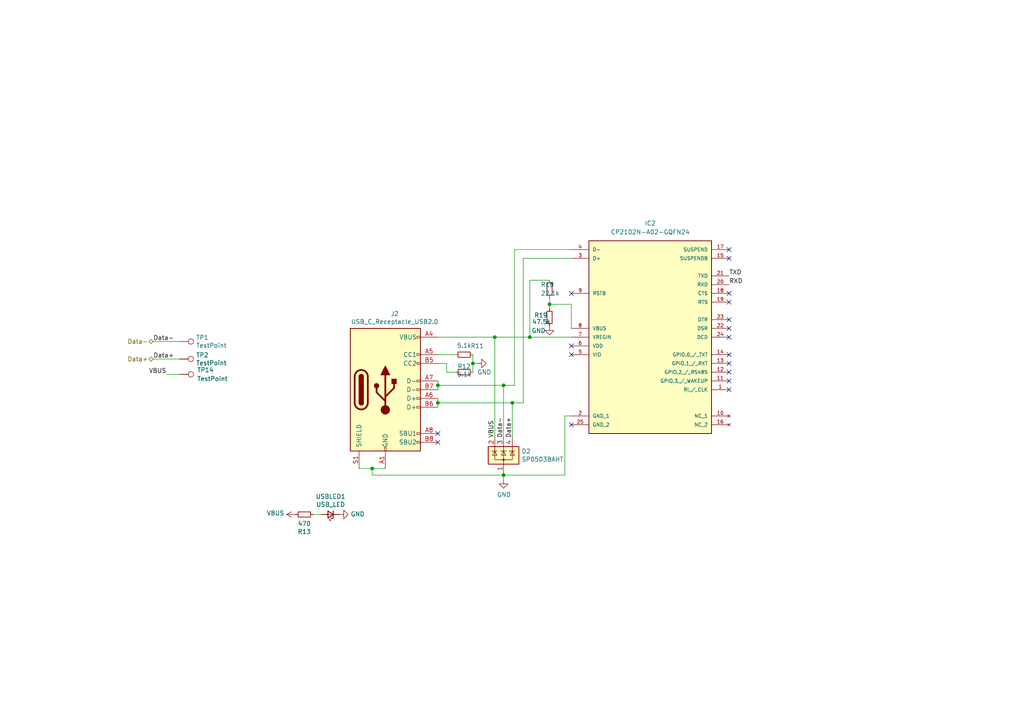
<source format=kicad_sch>
(kicad_sch (version 20230121) (generator eeschema)

  (uuid 922058ca-d09a-45fd-8394-05f3e2c1e03a)

  (paper "A4")

  (lib_symbols
    (symbol "Connector:TestPoint" (pin_numbers hide) (pin_names (offset 0.762) hide) (in_bom yes) (on_board yes)
      (property "Reference" "TP" (at 0 6.858 0)
        (effects (font (size 1.27 1.27)))
      )
      (property "Value" "TestPoint" (at 0 5.08 0)
        (effects (font (size 1.27 1.27)))
      )
      (property "Footprint" "" (at 5.08 0 0)
        (effects (font (size 1.27 1.27)) hide)
      )
      (property "Datasheet" "~" (at 5.08 0 0)
        (effects (font (size 1.27 1.27)) hide)
      )
      (property "ki_keywords" "test point tp" (at 0 0 0)
        (effects (font (size 1.27 1.27)) hide)
      )
      (property "ki_description" "test point" (at 0 0 0)
        (effects (font (size 1.27 1.27)) hide)
      )
      (property "ki_fp_filters" "Pin* Test*" (at 0 0 0)
        (effects (font (size 1.27 1.27)) hide)
      )
      (symbol "TestPoint_0_1"
        (circle (center 0 3.302) (radius 0.762)
          (stroke (width 0) (type default))
          (fill (type none))
        )
      )
      (symbol "TestPoint_1_1"
        (pin passive line (at 0 0 90) (length 2.54)
          (name "1" (effects (font (size 1.27 1.27))))
          (number "1" (effects (font (size 1.27 1.27))))
        )
      )
    )
    (symbol "Connector:USB_C_Receptacle_USB2.0" (pin_names (offset 1.016)) (in_bom yes) (on_board yes)
      (property "Reference" "J" (at -10.16 19.05 0)
        (effects (font (size 1.27 1.27)) (justify left))
      )
      (property "Value" "USB_C_Receptacle_USB2.0" (at 19.05 19.05 0)
        (effects (font (size 1.27 1.27)) (justify right))
      )
      (property "Footprint" "" (at 3.81 0 0)
        (effects (font (size 1.27 1.27)) hide)
      )
      (property "Datasheet" "https://www.usb.org/sites/default/files/documents/usb_type-c.zip" (at 3.81 0 0)
        (effects (font (size 1.27 1.27)) hide)
      )
      (property "ki_keywords" "usb universal serial bus type-C USB2.0" (at 0 0 0)
        (effects (font (size 1.27 1.27)) hide)
      )
      (property "ki_description" "USB 2.0-only Type-C Receptacle connector" (at 0 0 0)
        (effects (font (size 1.27 1.27)) hide)
      )
      (property "ki_fp_filters" "USB*C*Receptacle*" (at 0 0 0)
        (effects (font (size 1.27 1.27)) hide)
      )
      (symbol "USB_C_Receptacle_USB2.0_0_0"
        (rectangle (start -0.254 -17.78) (end 0.254 -16.764)
          (stroke (width 0) (type default))
          (fill (type none))
        )
        (rectangle (start 10.16 -14.986) (end 9.144 -15.494)
          (stroke (width 0) (type default))
          (fill (type none))
        )
        (rectangle (start 10.16 -12.446) (end 9.144 -12.954)
          (stroke (width 0) (type default))
          (fill (type none))
        )
        (rectangle (start 10.16 -4.826) (end 9.144 -5.334)
          (stroke (width 0) (type default))
          (fill (type none))
        )
        (rectangle (start 10.16 -2.286) (end 9.144 -2.794)
          (stroke (width 0) (type default))
          (fill (type none))
        )
        (rectangle (start 10.16 0.254) (end 9.144 -0.254)
          (stroke (width 0) (type default))
          (fill (type none))
        )
        (rectangle (start 10.16 2.794) (end 9.144 2.286)
          (stroke (width 0) (type default))
          (fill (type none))
        )
        (rectangle (start 10.16 7.874) (end 9.144 7.366)
          (stroke (width 0) (type default))
          (fill (type none))
        )
        (rectangle (start 10.16 10.414) (end 9.144 9.906)
          (stroke (width 0) (type default))
          (fill (type none))
        )
        (rectangle (start 10.16 15.494) (end 9.144 14.986)
          (stroke (width 0) (type default))
          (fill (type none))
        )
      )
      (symbol "USB_C_Receptacle_USB2.0_0_1"
        (rectangle (start -10.16 17.78) (end 10.16 -17.78)
          (stroke (width 0.254) (type default))
          (fill (type background))
        )
        (arc (start -8.89 -3.81) (mid -6.985 -5.7067) (end -5.08 -3.81)
          (stroke (width 0.508) (type default))
          (fill (type none))
        )
        (arc (start -7.62 -3.81) (mid -6.985 -4.4423) (end -6.35 -3.81)
          (stroke (width 0.254) (type default))
          (fill (type none))
        )
        (arc (start -7.62 -3.81) (mid -6.985 -4.4423) (end -6.35 -3.81)
          (stroke (width 0.254) (type default))
          (fill (type outline))
        )
        (rectangle (start -7.62 -3.81) (end -6.35 3.81)
          (stroke (width 0.254) (type default))
          (fill (type outline))
        )
        (arc (start -6.35 3.81) (mid -6.985 4.4423) (end -7.62 3.81)
          (stroke (width 0.254) (type default))
          (fill (type none))
        )
        (arc (start -6.35 3.81) (mid -6.985 4.4423) (end -7.62 3.81)
          (stroke (width 0.254) (type default))
          (fill (type outline))
        )
        (arc (start -5.08 3.81) (mid -6.985 5.7067) (end -8.89 3.81)
          (stroke (width 0.508) (type default))
          (fill (type none))
        )
        (circle (center -2.54 1.143) (radius 0.635)
          (stroke (width 0.254) (type default))
          (fill (type outline))
        )
        (circle (center 0 -5.842) (radius 1.27)
          (stroke (width 0) (type default))
          (fill (type outline))
        )
        (polyline
          (pts
            (xy -8.89 -3.81)
            (xy -8.89 3.81)
          )
          (stroke (width 0.508) (type default))
          (fill (type none))
        )
        (polyline
          (pts
            (xy -5.08 3.81)
            (xy -5.08 -3.81)
          )
          (stroke (width 0.508) (type default))
          (fill (type none))
        )
        (polyline
          (pts
            (xy 0 -5.842)
            (xy 0 4.318)
          )
          (stroke (width 0.508) (type default))
          (fill (type none))
        )
        (polyline
          (pts
            (xy 0 -3.302)
            (xy -2.54 -0.762)
            (xy -2.54 0.508)
          )
          (stroke (width 0.508) (type default))
          (fill (type none))
        )
        (polyline
          (pts
            (xy 0 -2.032)
            (xy 2.54 0.508)
            (xy 2.54 1.778)
          )
          (stroke (width 0.508) (type default))
          (fill (type none))
        )
        (polyline
          (pts
            (xy -1.27 4.318)
            (xy 0 6.858)
            (xy 1.27 4.318)
            (xy -1.27 4.318)
          )
          (stroke (width 0.254) (type default))
          (fill (type outline))
        )
        (rectangle (start 1.905 1.778) (end 3.175 3.048)
          (stroke (width 0.254) (type default))
          (fill (type outline))
        )
      )
      (symbol "USB_C_Receptacle_USB2.0_1_1"
        (pin passive line (at 0 -22.86 90) (length 5.08)
          (name "GND" (effects (font (size 1.27 1.27))))
          (number "A1" (effects (font (size 1.27 1.27))))
        )
        (pin passive line (at 0 -22.86 90) (length 5.08) hide
          (name "GND" (effects (font (size 1.27 1.27))))
          (number "A12" (effects (font (size 1.27 1.27))))
        )
        (pin passive line (at 15.24 15.24 180) (length 5.08)
          (name "VBUS" (effects (font (size 1.27 1.27))))
          (number "A4" (effects (font (size 1.27 1.27))))
        )
        (pin bidirectional line (at 15.24 10.16 180) (length 5.08)
          (name "CC1" (effects (font (size 1.27 1.27))))
          (number "A5" (effects (font (size 1.27 1.27))))
        )
        (pin bidirectional line (at 15.24 -2.54 180) (length 5.08)
          (name "D+" (effects (font (size 1.27 1.27))))
          (number "A6" (effects (font (size 1.27 1.27))))
        )
        (pin bidirectional line (at 15.24 2.54 180) (length 5.08)
          (name "D-" (effects (font (size 1.27 1.27))))
          (number "A7" (effects (font (size 1.27 1.27))))
        )
        (pin bidirectional line (at 15.24 -12.7 180) (length 5.08)
          (name "SBU1" (effects (font (size 1.27 1.27))))
          (number "A8" (effects (font (size 1.27 1.27))))
        )
        (pin passive line (at 15.24 15.24 180) (length 5.08) hide
          (name "VBUS" (effects (font (size 1.27 1.27))))
          (number "A9" (effects (font (size 1.27 1.27))))
        )
        (pin passive line (at 0 -22.86 90) (length 5.08) hide
          (name "GND" (effects (font (size 1.27 1.27))))
          (number "B1" (effects (font (size 1.27 1.27))))
        )
        (pin passive line (at 0 -22.86 90) (length 5.08) hide
          (name "GND" (effects (font (size 1.27 1.27))))
          (number "B12" (effects (font (size 1.27 1.27))))
        )
        (pin passive line (at 15.24 15.24 180) (length 5.08) hide
          (name "VBUS" (effects (font (size 1.27 1.27))))
          (number "B4" (effects (font (size 1.27 1.27))))
        )
        (pin bidirectional line (at 15.24 7.62 180) (length 5.08)
          (name "CC2" (effects (font (size 1.27 1.27))))
          (number "B5" (effects (font (size 1.27 1.27))))
        )
        (pin bidirectional line (at 15.24 -5.08 180) (length 5.08)
          (name "D+" (effects (font (size 1.27 1.27))))
          (number "B6" (effects (font (size 1.27 1.27))))
        )
        (pin bidirectional line (at 15.24 0 180) (length 5.08)
          (name "D-" (effects (font (size 1.27 1.27))))
          (number "B7" (effects (font (size 1.27 1.27))))
        )
        (pin bidirectional line (at 15.24 -15.24 180) (length 5.08)
          (name "SBU2" (effects (font (size 1.27 1.27))))
          (number "B8" (effects (font (size 1.27 1.27))))
        )
        (pin passive line (at 15.24 15.24 180) (length 5.08) hide
          (name "VBUS" (effects (font (size 1.27 1.27))))
          (number "B9" (effects (font (size 1.27 1.27))))
        )
        (pin passive line (at -7.62 -22.86 90) (length 5.08)
          (name "SHIELD" (effects (font (size 1.27 1.27))))
          (number "S1" (effects (font (size 1.27 1.27))))
        )
      )
    )
    (symbol "Device:LED_Small" (pin_numbers hide) (pin_names (offset 0.254) hide) (in_bom yes) (on_board yes)
      (property "Reference" "D" (at -1.27 3.175 0)
        (effects (font (size 1.27 1.27)) (justify left))
      )
      (property "Value" "LED_Small" (at -4.445 -2.54 0)
        (effects (font (size 1.27 1.27)) (justify left))
      )
      (property "Footprint" "" (at 0 0 90)
        (effects (font (size 1.27 1.27)) hide)
      )
      (property "Datasheet" "~" (at 0 0 90)
        (effects (font (size 1.27 1.27)) hide)
      )
      (property "ki_keywords" "LED diode light-emitting-diode" (at 0 0 0)
        (effects (font (size 1.27 1.27)) hide)
      )
      (property "ki_description" "Light emitting diode, small symbol" (at 0 0 0)
        (effects (font (size 1.27 1.27)) hide)
      )
      (property "ki_fp_filters" "LED* LED_SMD:* LED_THT:*" (at 0 0 0)
        (effects (font (size 1.27 1.27)) hide)
      )
      (symbol "LED_Small_0_1"
        (polyline
          (pts
            (xy -0.762 -1.016)
            (xy -0.762 1.016)
          )
          (stroke (width 0.254) (type default))
          (fill (type none))
        )
        (polyline
          (pts
            (xy 1.016 0)
            (xy -0.762 0)
          )
          (stroke (width 0) (type default))
          (fill (type none))
        )
        (polyline
          (pts
            (xy 0.762 -1.016)
            (xy -0.762 0)
            (xy 0.762 1.016)
            (xy 0.762 -1.016)
          )
          (stroke (width 0.254) (type default))
          (fill (type none))
        )
        (polyline
          (pts
            (xy 0 0.762)
            (xy -0.508 1.27)
            (xy -0.254 1.27)
            (xy -0.508 1.27)
            (xy -0.508 1.016)
          )
          (stroke (width 0) (type default))
          (fill (type none))
        )
        (polyline
          (pts
            (xy 0.508 1.27)
            (xy 0 1.778)
            (xy 0.254 1.778)
            (xy 0 1.778)
            (xy 0 1.524)
          )
          (stroke (width 0) (type default))
          (fill (type none))
        )
      )
      (symbol "LED_Small_1_1"
        (pin passive line (at -2.54 0 0) (length 1.778)
          (name "K" (effects (font (size 1.27 1.27))))
          (number "1" (effects (font (size 1.27 1.27))))
        )
        (pin passive line (at 2.54 0 180) (length 1.778)
          (name "A" (effects (font (size 1.27 1.27))))
          (number "2" (effects (font (size 1.27 1.27))))
        )
      )
    )
    (symbol "Device:R_Small" (pin_numbers hide) (pin_names (offset 0.254) hide) (in_bom yes) (on_board yes)
      (property "Reference" "R" (at 0.762 0.508 0)
        (effects (font (size 1.27 1.27)) (justify left))
      )
      (property "Value" "R_Small" (at 0.762 -1.016 0)
        (effects (font (size 1.27 1.27)) (justify left))
      )
      (property "Footprint" "" (at 0 0 0)
        (effects (font (size 1.27 1.27)) hide)
      )
      (property "Datasheet" "~" (at 0 0 0)
        (effects (font (size 1.27 1.27)) hide)
      )
      (property "ki_keywords" "R resistor" (at 0 0 0)
        (effects (font (size 1.27 1.27)) hide)
      )
      (property "ki_description" "Resistor, small symbol" (at 0 0 0)
        (effects (font (size 1.27 1.27)) hide)
      )
      (property "ki_fp_filters" "R_*" (at 0 0 0)
        (effects (font (size 1.27 1.27)) hide)
      )
      (symbol "R_Small_0_1"
        (rectangle (start -0.762 1.778) (end 0.762 -1.778)
          (stroke (width 0.2032) (type default))
          (fill (type none))
        )
      )
      (symbol "R_Small_1_1"
        (pin passive line (at 0 2.54 270) (length 0.762)
          (name "~" (effects (font (size 1.27 1.27))))
          (number "1" (effects (font (size 1.27 1.27))))
        )
        (pin passive line (at 0 -2.54 90) (length 0.762)
          (name "~" (effects (font (size 1.27 1.27))))
          (number "2" (effects (font (size 1.27 1.27))))
        )
      )
    )
    (symbol "Power_Protection:SP0503BAHT" (pin_names hide) (in_bom yes) (on_board yes)
      (property "Reference" "D" (at 5.715 2.54 0)
        (effects (font (size 1.27 1.27)) (justify left))
      )
      (property "Value" "SP0503BAHT" (at 5.715 0.635 0)
        (effects (font (size 1.27 1.27)) (justify left))
      )
      (property "Footprint" "Package_TO_SOT_SMD:SOT-143" (at 5.715 -1.27 0)
        (effects (font (size 1.27 1.27)) (justify left) hide)
      )
      (property "Datasheet" "http://www.littelfuse.com/~/media/files/littelfuse/technical%20resources/documents/data%20sheets/sp05xxba.pdf" (at 3.175 3.175 0)
        (effects (font (size 1.27 1.27)) hide)
      )
      (property "ki_keywords" "usb esd protection suppression transient" (at 0 0 0)
        (effects (font (size 1.27 1.27)) hide)
      )
      (property "ki_description" "TVS Diode Array, 5.5V Standoff, 3 Channels, SOT-143 package" (at 0 0 0)
        (effects (font (size 1.27 1.27)) hide)
      )
      (property "ki_fp_filters" "SOT?143*" (at 0 0 0)
        (effects (font (size 1.27 1.27)) hide)
      )
      (symbol "SP0503BAHT_0_0"
        (pin passive line (at 0 -5.08 90) (length 2.54)
          (name "A" (effects (font (size 1.27 1.27))))
          (number "1" (effects (font (size 1.27 1.27))))
        )
      )
      (symbol "SP0503BAHT_0_1"
        (rectangle (start -4.445 2.54) (end 4.445 -2.54)
          (stroke (width 0.254) (type default))
          (fill (type background))
        )
        (circle (center 0 -1.27) (radius 0.254)
          (stroke (width 0) (type default))
          (fill (type outline))
        )
        (polyline
          (pts
            (xy -2.54 2.54)
            (xy -2.54 1.27)
          )
          (stroke (width 0) (type default))
          (fill (type none))
        )
        (polyline
          (pts
            (xy 0 -1.27)
            (xy 0 -2.54)
          )
          (stroke (width 0) (type default))
          (fill (type none))
        )
        (polyline
          (pts
            (xy 0 -1.27)
            (xy 0 1.27)
          )
          (stroke (width 0) (type default))
          (fill (type none))
        )
        (polyline
          (pts
            (xy 0 2.54)
            (xy 0 1.27)
          )
          (stroke (width 0) (type default))
          (fill (type none))
        )
        (polyline
          (pts
            (xy 0.635 1.27)
            (xy 0.762 1.27)
          )
          (stroke (width 0) (type default))
          (fill (type none))
        )
        (polyline
          (pts
            (xy 2.54 2.54)
            (xy 2.54 1.27)
          )
          (stroke (width 0) (type default))
          (fill (type none))
        )
        (polyline
          (pts
            (xy 0.635 1.27)
            (xy -0.762 1.27)
            (xy -0.762 1.016)
          )
          (stroke (width 0) (type default))
          (fill (type none))
        )
        (polyline
          (pts
            (xy -3.302 1.016)
            (xy -3.302 1.27)
            (xy -1.905 1.27)
            (xy -1.778 1.27)
          )
          (stroke (width 0) (type default))
          (fill (type none))
        )
        (polyline
          (pts
            (xy -2.54 1.27)
            (xy -2.54 -1.27)
            (xy 2.54 -1.27)
            (xy 2.54 1.27)
          )
          (stroke (width 0) (type default))
          (fill (type none))
        )
        (polyline
          (pts
            (xy -2.54 1.27)
            (xy -1.905 0)
            (xy -3.175 0)
            (xy -2.54 1.27)
          )
          (stroke (width 0) (type default))
          (fill (type none))
        )
        (polyline
          (pts
            (xy 0.635 0)
            (xy -0.635 0)
            (xy 0 1.27)
            (xy 0.635 0)
          )
          (stroke (width 0) (type default))
          (fill (type none))
        )
        (polyline
          (pts
            (xy 1.778 1.016)
            (xy 1.778 1.27)
            (xy 3.175 1.27)
            (xy 3.302 1.27)
          )
          (stroke (width 0) (type default))
          (fill (type none))
        )
        (polyline
          (pts
            (xy 2.54 1.27)
            (xy 1.905 0)
            (xy 3.175 0)
            (xy 2.54 1.27)
          )
          (stroke (width 0) (type default))
          (fill (type none))
        )
      )
      (symbol "SP0503BAHT_1_1"
        (pin passive line (at -2.54 5.08 270) (length 2.54)
          (name "K" (effects (font (size 1.27 1.27))))
          (number "2" (effects (font (size 1.27 1.27))))
        )
        (pin passive line (at 0 5.08 270) (length 2.54)
          (name "K" (effects (font (size 1.27 1.27))))
          (number "3" (effects (font (size 1.27 1.27))))
        )
        (pin passive line (at 2.54 5.08 270) (length 2.54)
          (name "K" (effects (font (size 1.27 1.27))))
          (number "4" (effects (font (size 1.27 1.27))))
        )
      )
    )
    (symbol "iclr:CP2102N-A02-GQFN24" (pin_names (offset 1.016)) (in_bom yes) (on_board yes)
      (property "Reference" "IC" (at -16.51 30.48 0)
        (effects (font (size 1.27 1.27)) (justify left))
      )
      (property "Value" "CP2102N-A02-GQFN24" (at -16.51 27.94 0)
        (effects (font (size 1.27 1.27)) (justify left))
      )
      (property "Footprint" "QFN50P400X400X80-25N" (at 50.8 25.4 0)
        (effects (font (size 1.27 1.27)) (justify bottom) hide)
      )
      (property "Datasheet" "" (at 48.26 2.54 0)
        (effects (font (size 1.27 1.27)) hide)
      )
      (property "MANUFACTURER_PART_NUMBER" "CP2102N-A02-GQFN24" (at 48.26 15.24 0)
        (effects (font (size 1.27 1.27)) (justify bottom) hide)
      )
      (property "MANUFACTURER_NAME" "Silicon Labs" (at 46.99 0 0)
        (effects (font (size 1.27 1.27)) (justify bottom) hide)
      )
      (property "MOUSER_PART_NUMBER" "634-CP2102NA02GQFN24" (at 21.59 26.67 0)
        (effects (font (size 1.27 1.27)) (justify bottom) hide)
      )
      (property "ARROW_PART_NUMBER" "CP2102N-A02-GQFN24" (at 53.34 6.35 0)
        (effects (font (size 1.27 1.27)) (justify bottom) hide)
      )
      (property "ARROW_PRICE-STOCK" "https://www.arrow.com/en/products/cp2102n-a02-gqfn24/silicon-labs" (at -6.35 34.29 0)
        (effects (font (size 1.27 1.27)) (justify bottom) hide)
      )
      (property "HEIGHT" "0.8mm" (at 48.26 2.54 0)
        (effects (font (size 1.27 1.27)) (justify bottom) hide)
      )
      (property "MOUSER_PRICE-STOCK" "https://www.mouser.co.uk/ProductDetail/Silicon-Labs/CP2102N-A02-GQFN24?qs=u16ybLDytRYKabtL%2FE7DZA%3D%3D" (at 1.27 39.37 0)
        (effects (font (size 1.27 1.27)) (justify bottom) hide)
      )
      (property "DESCRIPTION" "USB Interface IC USB to UART bridge - QFN24" (at 54.61 11.43 0)
        (effects (font (size 1.27 1.27)) (justify bottom) hide)
      )
      (symbol "CP2102N-A02-GQFN24_0_0"
        (rectangle (start -17.78 -30.48) (end 17.78 25.4)
          (stroke (width 0.254) (type default))
          (fill (type background))
        )
        (pin bidirectional line (at 22.86 -17.78 180) (length 5.08)
          (name "RI_/_CLK" (effects (font (size 1.016 1.016))))
          (number "1" (effects (font (size 1.016 1.016))))
        )
        (pin no_connect line (at 22.86 -25.4 180) (length 5.08)
          (name "NC_1" (effects (font (size 1.016 1.016))))
          (number "10" (effects (font (size 1.016 1.016))))
        )
        (pin bidirectional line (at 22.86 -15.24 180) (length 5.08)
          (name "GPIO.3_/_WAKEUP" (effects (font (size 1.016 1.016))))
          (number "11" (effects (font (size 1.016 1.016))))
        )
        (pin bidirectional line (at 22.86 -12.7 180) (length 5.08)
          (name "GPIO.2_/_RS485" (effects (font (size 1.016 1.016))))
          (number "12" (effects (font (size 1.016 1.016))))
        )
        (pin bidirectional line (at 22.86 -10.16 180) (length 5.08)
          (name "GPIO.1_/_RXT" (effects (font (size 1.016 1.016))))
          (number "13" (effects (font (size 1.016 1.016))))
        )
        (pin bidirectional line (at 22.86 -7.62 180) (length 5.08)
          (name "GPIO.0_/_TXT" (effects (font (size 1.016 1.016))))
          (number "14" (effects (font (size 1.016 1.016))))
        )
        (pin output line (at 22.86 20.32 180) (length 5.08)
          (name "SUSPENDB" (effects (font (size 1.016 1.016))))
          (number "15" (effects (font (size 1.016 1.016))))
        )
        (pin no_connect line (at 22.86 -27.94 180) (length 5.08)
          (name "NC_2" (effects (font (size 1.016 1.016))))
          (number "16" (effects (font (size 1.016 1.016))))
        )
        (pin output line (at 22.86 22.86 180) (length 5.08)
          (name "SUSPEND" (effects (font (size 1.016 1.016))))
          (number "17" (effects (font (size 1.016 1.016))))
        )
        (pin bidirectional line (at 22.86 10.16 180) (length 5.08)
          (name "CTS" (effects (font (size 1.016 1.016))))
          (number "18" (effects (font (size 1.016 1.016))))
        )
        (pin output line (at 22.86 7.62 180) (length 5.08)
          (name "RTS" (effects (font (size 1.016 1.016))))
          (number "19" (effects (font (size 1.016 1.016))))
        )
        (pin power_in line (at -22.86 -25.4 0) (length 5.08)
          (name "GND_1" (effects (font (size 1.016 1.016))))
          (number "2" (effects (font (size 1.016 1.016))))
        )
        (pin input line (at 22.86 12.7 180) (length 5.08)
          (name "RXD" (effects (font (size 1.016 1.016))))
          (number "20" (effects (font (size 1.016 1.016))))
        )
        (pin output line (at 22.86 15.24 180) (length 5.08)
          (name "TXD" (effects (font (size 1.016 1.016))))
          (number "21" (effects (font (size 1.016 1.016))))
        )
        (pin bidirectional line (at 22.86 0 180) (length 5.08)
          (name "DSR" (effects (font (size 1.016 1.016))))
          (number "22" (effects (font (size 1.016 1.016))))
        )
        (pin bidirectional line (at 22.86 2.54 180) (length 5.08)
          (name "DTR" (effects (font (size 1.016 1.016))))
          (number "23" (effects (font (size 1.016 1.016))))
        )
        (pin bidirectional line (at 22.86 -2.54 180) (length 5.08)
          (name "DCD" (effects (font (size 1.016 1.016))))
          (number "24" (effects (font (size 1.016 1.016))))
        )
        (pin power_in line (at -22.86 -27.94 0) (length 5.08)
          (name "GND_2" (effects (font (size 1.016 1.016))))
          (number "25" (effects (font (size 1.016 1.016))))
        )
        (pin bidirectional line (at -22.86 20.32 0) (length 5.08)
          (name "D+" (effects (font (size 1.016 1.016))))
          (number "3" (effects (font (size 1.016 1.016))))
        )
        (pin bidirectional line (at -22.86 22.86 0) (length 5.08)
          (name "D-" (effects (font (size 1.016 1.016))))
          (number "4" (effects (font (size 1.016 1.016))))
        )
        (pin power_in line (at -22.86 -7.62 0) (length 5.08)
          (name "VIO" (effects (font (size 1.016 1.016))))
          (number "5" (effects (font (size 1.016 1.016))))
        )
        (pin power_in line (at -22.86 -5.08 0) (length 5.08)
          (name "VDD" (effects (font (size 1.016 1.016))))
          (number "6" (effects (font (size 1.016 1.016))))
        )
        (pin power_in line (at -22.86 -2.54 0) (length 5.08)
          (name "VREGIN" (effects (font (size 1.016 1.016))))
          (number "7" (effects (font (size 1.016 1.016))))
        )
        (pin power_in line (at -22.86 0 0) (length 5.08)
          (name "VBUS" (effects (font (size 1.016 1.016))))
          (number "8" (effects (font (size 1.016 1.016))))
        )
        (pin bidirectional line (at -22.86 10.16 0) (length 5.08)
          (name "RSTB" (effects (font (size 1.016 1.016))))
          (number "9" (effects (font (size 1.016 1.016))))
        )
      )
    )
    (symbol "power:GND" (power) (pin_names (offset 0)) (in_bom yes) (on_board yes)
      (property "Reference" "#PWR" (at 0 -6.35 0)
        (effects (font (size 1.27 1.27)) hide)
      )
      (property "Value" "GND" (at 0 -3.81 0)
        (effects (font (size 1.27 1.27)))
      )
      (property "Footprint" "" (at 0 0 0)
        (effects (font (size 1.27 1.27)) hide)
      )
      (property "Datasheet" "" (at 0 0 0)
        (effects (font (size 1.27 1.27)) hide)
      )
      (property "ki_keywords" "power-flag" (at 0 0 0)
        (effects (font (size 1.27 1.27)) hide)
      )
      (property "ki_description" "Power symbol creates a global label with name \"GND\" , ground" (at 0 0 0)
        (effects (font (size 1.27 1.27)) hide)
      )
      (symbol "GND_0_1"
        (polyline
          (pts
            (xy 0 0)
            (xy 0 -1.27)
            (xy 1.27 -1.27)
            (xy 0 -2.54)
            (xy -1.27 -1.27)
            (xy 0 -1.27)
          )
          (stroke (width 0) (type default))
          (fill (type none))
        )
      )
      (symbol "GND_1_1"
        (pin power_in line (at 0 0 270) (length 0) hide
          (name "GND" (effects (font (size 1.27 1.27))))
          (number "1" (effects (font (size 1.27 1.27))))
        )
      )
    )
    (symbol "power:VBUS" (power) (pin_names (offset 0)) (in_bom yes) (on_board yes)
      (property "Reference" "#PWR" (at 0 -3.81 0)
        (effects (font (size 1.27 1.27)) hide)
      )
      (property "Value" "VBUS" (at 0 3.81 0)
        (effects (font (size 1.27 1.27)))
      )
      (property "Footprint" "" (at 0 0 0)
        (effects (font (size 1.27 1.27)) hide)
      )
      (property "Datasheet" "" (at 0 0 0)
        (effects (font (size 1.27 1.27)) hide)
      )
      (property "ki_keywords" "power-flag" (at 0 0 0)
        (effects (font (size 1.27 1.27)) hide)
      )
      (property "ki_description" "Power symbol creates a global label with name \"VBUS\"" (at 0 0 0)
        (effects (font (size 1.27 1.27)) hide)
      )
      (symbol "VBUS_0_1"
        (polyline
          (pts
            (xy -0.762 1.27)
            (xy 0 2.54)
          )
          (stroke (width 0) (type default))
          (fill (type none))
        )
        (polyline
          (pts
            (xy 0 0)
            (xy 0 2.54)
          )
          (stroke (width 0) (type default))
          (fill (type none))
        )
        (polyline
          (pts
            (xy 0 2.54)
            (xy 0.762 1.27)
          )
          (stroke (width 0) (type default))
          (fill (type none))
        )
      )
      (symbol "VBUS_1_1"
        (pin power_in line (at 0 0 90) (length 0) hide
          (name "VBUS" (effects (font (size 1.27 1.27))))
          (number "1" (effects (font (size 1.27 1.27))))
        )
      )
    )
  )

  (junction (at 127 116.84) (diameter 0) (color 0 0 0 0)
    (uuid 03caada9-9e22-4e2d-9035-b15433dfbb17)
  )
  (junction (at 143.51 97.79) (diameter 0) (color 0 0 0 0)
    (uuid 03f9cfb7-35dc-4422-8f30-eb707be3ff7f)
  )
  (junction (at 137.16 105.41) (diameter 0) (color 0 0 0 0)
    (uuid 0f54db53-a272-4955-88fb-d7ab00657bb0)
  )
  (junction (at 159.385 88.265) (diameter 0) (color 0 0 0 0)
    (uuid 2bdec39b-3442-4fd7-a209-6604d507ca18)
  )
  (junction (at 153.67 97.79) (diameter 0) (color 0 0 0 0)
    (uuid 38b6cedf-0eed-4c7a-bd71-db2e849e7329)
  )
  (junction (at 146.05 111.76) (diameter 0) (color 0 0 0 0)
    (uuid 75ef2445-bd56-405d-b4b7-8007f1906b97)
  )
  (junction (at 127 111.76) (diameter 0) (color 0 0 0 0)
    (uuid 7e023245-2c2b-4e2b-bfb9-5d35176e88f2)
  )
  (junction (at 107.95 135.89) (diameter 0) (color 0 0 0 0)
    (uuid 93c04244-401b-4457-953e-71fe0f8b59f1)
  )
  (junction (at 146.05 137.795) (diameter 0) (color 0 0 0 0)
    (uuid ad3fcd0e-a99a-46bc-9c77-6e5cd0bd4ace)
  )
  (junction (at 148.59 116.84) (diameter 0) (color 0 0 0 0)
    (uuid f0294c4e-483c-4c91-abc9-fa931d05be2a)
  )

  (no_connect (at 211.455 92.71) (uuid 3b4e8f9a-a136-47c9-bf16-a2a23cdc6a32))
  (no_connect (at 165.735 100.33) (uuid 42325b36-575f-40c2-990f-ef97b872d639))
  (no_connect (at 127 128.27) (uuid 45008225-f50f-4d6b-b508-6730a9408caf))
  (no_connect (at 211.455 95.25) (uuid 46b10a52-afc2-4959-a5c8-decae6d933e9))
  (no_connect (at 165.735 123.19) (uuid 59572eb3-a4bf-4782-8ca4-26a1e95f38ad))
  (no_connect (at 211.455 107.95) (uuid 64555f45-639c-4fbd-a467-4f3ad732cbc9))
  (no_connect (at 165.735 85.09) (uuid 6a229ea3-dd79-49cc-8cd9-bd676b586232))
  (no_connect (at 211.455 74.93) (uuid 76a737d9-0ab5-4cb1-a091-7b535cae5d4e))
  (no_connect (at 165.735 102.87) (uuid 8d8421cd-6aaa-4f7f-b667-bdb50a37d497))
  (no_connect (at 127 125.73) (uuid a544eb0a-75db-4baf-bf54-9ca21744343b))
  (no_connect (at 211.455 113.03) (uuid a562bdc1-f5b6-4374-94b0-7036bbcf0130))
  (no_connect (at 211.455 97.79) (uuid c94f1296-5099-4ef6-9cd2-477ceaf835b2))
  (no_connect (at 211.455 87.63) (uuid d85417f0-c973-473f-b559-7e7d7f87ab82))
  (no_connect (at 211.455 102.87) (uuid db00d156-2b14-4cbd-946f-ba15fc5cb7bd))
  (no_connect (at 211.455 105.41) (uuid df0d4b88-3bde-4849-82a9-0bc52a68d55c))
  (no_connect (at 211.455 85.09) (uuid df1f5401-67b4-4910-973e-dfc05e2c1cf9))
  (no_connect (at 211.455 72.39) (uuid e9053f97-6dd4-42d5-a743-e6a4d68fcb5e))
  (no_connect (at 211.455 110.49) (uuid f7c9f352-afe8-4ede-b6ec-b6295df115a2))

  (wire (pts (xy 127 105.41) (xy 129.54 105.41))
    (stroke (width 0) (type default))
    (uuid 003c2200-0632-4808-a662-8ddd5d30c768)
  )
  (wire (pts (xy 48.26 108.585) (xy 52.07 108.585))
    (stroke (width 0) (type default))
    (uuid 004c170c-99da-4faa-8ab5-a83ebebf6400)
  )
  (wire (pts (xy 159.385 88.265) (xy 165.735 88.265))
    (stroke (width 0) (type default))
    (uuid 00c42906-5bda-45d6-b90d-64b39131eba7)
  )
  (wire (pts (xy 44.45 104.14) (xy 52.07 104.14))
    (stroke (width 0) (type default))
    (uuid 0e8f7fc0-2ef2-4b90-9c15-8a3a601ee459)
  )
  (wire (pts (xy 127 116.84) (xy 127 118.11))
    (stroke (width 0) (type default))
    (uuid 1f3003e6-dce5-420f-906b-3f1e92b67249)
  )
  (wire (pts (xy 127 97.79) (xy 143.51 97.79))
    (stroke (width 0) (type default))
    (uuid 1fa630a4-aded-4f55-afcc-2d71b2661580)
  )
  (wire (pts (xy 129.54 105.41) (xy 129.54 107.95))
    (stroke (width 0) (type default))
    (uuid 240e07e1-770b-4b27-894f-29fd601c924d)
  )
  (wire (pts (xy 93.345 149.225) (xy 90.805 149.225))
    (stroke (width 0) (type default))
    (uuid 2e842263-c0ba-46fd-a760-6624d4c78278)
  )
  (wire (pts (xy 165.735 88.265) (xy 165.735 95.25))
    (stroke (width 0) (type default))
    (uuid 34a696c5-6e3e-4fad-9624-2caf2bd56d4b)
  )
  (wire (pts (xy 127 111.76) (xy 127 110.49))
    (stroke (width 0) (type default))
    (uuid 40165eda-4ba6-4565-9bb4-b9df6dbb08da)
  )
  (wire (pts (xy 153.67 97.79) (xy 165.735 97.79))
    (stroke (width 0) (type default))
    (uuid 4ada4cf7-e47b-4358-be8e-f5a6dbff70e5)
  )
  (wire (pts (xy 146.05 137.795) (xy 146.05 137.16))
    (stroke (width 0) (type default))
    (uuid 4df86f07-08e1-4db9-9519-698bf612b60f)
  )
  (wire (pts (xy 107.95 137.795) (xy 146.05 137.795))
    (stroke (width 0) (type default))
    (uuid 53a47638-5aeb-4ad7-b315-32c0e3449a19)
  )
  (wire (pts (xy 151.765 116.84) (xy 151.765 74.93))
    (stroke (width 0) (type default))
    (uuid 556d9a55-99c3-4d06-99ac-8f2fb1d44ac2)
  )
  (wire (pts (xy 107.95 135.89) (xy 107.95 137.795))
    (stroke (width 0) (type default))
    (uuid 6e0d5a5f-a6c1-4672-96b4-3c16498d1de3)
  )
  (wire (pts (xy 137.16 102.87) (xy 137.16 105.41))
    (stroke (width 0) (type default))
    (uuid 80094b70-85ab-4ff6-934b-60d5ee65023a)
  )
  (wire (pts (xy 143.51 97.79) (xy 153.67 97.79))
    (stroke (width 0) (type default))
    (uuid 82b81aa1-91c9-4a96-8f58-ba67c14ec7cc)
  )
  (wire (pts (xy 146.05 111.76) (xy 149.225 111.76))
    (stroke (width 0) (type default))
    (uuid 8360cd24-59ce-46dc-97fd-ab795d303fbf)
  )
  (wire (pts (xy 163.83 120.65) (xy 165.735 120.65))
    (stroke (width 0) (type default))
    (uuid 83d0437b-ed0b-40cd-a79b-96cf9c4458ef)
  )
  (wire (pts (xy 153.67 81.28) (xy 159.385 81.28))
    (stroke (width 0) (type default))
    (uuid 8b544df0-3c90-46ed-8931-7d6ace614774)
  )
  (wire (pts (xy 127 111.76) (xy 146.05 111.76))
    (stroke (width 0) (type default))
    (uuid 8f1d747e-2ee9-421a-ae71-6a550eb93f12)
  )
  (wire (pts (xy 159.385 88.265) (xy 159.385 89.535))
    (stroke (width 0) (type default))
    (uuid 9875bcbe-8058-462e-970d-7d1ee6ef7e1b)
  )
  (wire (pts (xy 148.59 116.84) (xy 148.59 127))
    (stroke (width 0) (type default))
    (uuid 9dec0001-77cb-464d-877d-9c5bee8ece12)
  )
  (wire (pts (xy 146.05 139.065) (xy 146.05 137.795))
    (stroke (width 0) (type default))
    (uuid a271a9eb-fadc-4db1-b456-577c80706a61)
  )
  (wire (pts (xy 146.05 137.795) (xy 163.83 137.795))
    (stroke (width 0) (type default))
    (uuid ad930d49-d9f8-4e26-8ca7-b825e7bf570c)
  )
  (wire (pts (xy 107.95 135.89) (xy 111.76 135.89))
    (stroke (width 0) (type default))
    (uuid b4c1c6b1-0b83-4c94-9270-c5cd7b65fb6d)
  )
  (wire (pts (xy 127 102.87) (xy 132.08 102.87))
    (stroke (width 0) (type default))
    (uuid b88717bd-086f-46cd-9d3f-0396009d0996)
  )
  (wire (pts (xy 148.59 116.84) (xy 151.765 116.84))
    (stroke (width 0) (type default))
    (uuid bf33aa97-f1e1-4490-8df1-c6338b3a4a3d)
  )
  (wire (pts (xy 137.16 107.95) (xy 137.16 105.41))
    (stroke (width 0) (type default))
    (uuid bfc0aadc-38cf-466e-a642-68fdc3138c78)
  )
  (wire (pts (xy 104.14 135.89) (xy 107.95 135.89))
    (stroke (width 0) (type default))
    (uuid c0eca5ed-bc5e-4618-9bcd-80945bea41ed)
  )
  (wire (pts (xy 163.83 137.795) (xy 163.83 120.65))
    (stroke (width 0) (type default))
    (uuid cbc12a47-8237-407b-818b-7a90695842c2)
  )
  (wire (pts (xy 149.225 111.76) (xy 149.225 72.39))
    (stroke (width 0) (type default))
    (uuid d0d6f1e2-e701-4f30-971d-cc85024fd95c)
  )
  (wire (pts (xy 137.16 105.41) (xy 138.43 105.41))
    (stroke (width 0) (type default))
    (uuid d4a1d3c4-b315-4bec-9220-d12a9eab51e0)
  )
  (wire (pts (xy 127 115.57) (xy 127 116.84))
    (stroke (width 0) (type default))
    (uuid d7269d2a-b8c0-422d-8f25-f79ea31bf75e)
  )
  (wire (pts (xy 149.225 72.39) (xy 165.735 72.39))
    (stroke (width 0) (type default))
    (uuid ddac820d-4de6-42ee-b20f-79733a886ce2)
  )
  (wire (pts (xy 127 113.03) (xy 127 111.76))
    (stroke (width 0) (type default))
    (uuid df68c26a-03b5-4466-aecf-ba34b7dce6b7)
  )
  (wire (pts (xy 146.05 111.76) (xy 146.05 127))
    (stroke (width 0) (type default))
    (uuid e40d1425-97b8-44a2-aacd-9c134dc18fa9)
  )
  (wire (pts (xy 159.385 86.36) (xy 159.385 88.265))
    (stroke (width 0) (type default))
    (uuid e9cf3b2c-b3ab-4928-a7ab-8bcafe66a57c)
  )
  (wire (pts (xy 127 116.84) (xy 148.59 116.84))
    (stroke (width 0) (type default))
    (uuid f2394c3c-27e5-4256-a8c1-9783979429f7)
  )
  (wire (pts (xy 129.54 107.95) (xy 132.08 107.95))
    (stroke (width 0) (type default))
    (uuid f2c93195-af12-4d3e-acdf-bdd0ff675c24)
  )
  (wire (pts (xy 153.67 97.79) (xy 153.67 81.28))
    (stroke (width 0) (type default))
    (uuid f366347f-0c4b-432f-801b-a0d3fc673ce0)
  )
  (wire (pts (xy 151.765 74.93) (xy 165.735 74.93))
    (stroke (width 0) (type default))
    (uuid fc0bc329-621b-4055-b283-4ef568f44600)
  )
  (wire (pts (xy 143.51 97.79) (xy 143.51 127))
    (stroke (width 0) (type default))
    (uuid fc2ea696-cb44-46e5-83c6-067a59836320)
  )
  (wire (pts (xy 44.45 99.06) (xy 52.07 99.06))
    (stroke (width 0) (type default))
    (uuid feb26ecb-9193-46ea-a41b-d09305bf0a3e)
  )

  (label "Data+" (at 148.59 127 90) (fields_autoplaced)
    (effects (font (size 1.27 1.27)) (justify left bottom))
    (uuid 12422a89-3d0c-485c-9386-f77121fd68fd)
  )
  (label "VBUS" (at 143.51 127 90) (fields_autoplaced)
    (effects (font (size 1.27 1.27)) (justify left bottom))
    (uuid 1a6d2848-e78e-49fe-8978-e1890f07836f)
  )
  (label "TXD" (at 211.455 80.01 0) (fields_autoplaced)
    (effects (font (size 1.27 1.27)) (justify left bottom))
    (uuid 2c203f14-b833-4e69-bc06-ca2506214b2f)
  )
  (label "Data+" (at 44.45 104.14 0) (fields_autoplaced)
    (effects (font (size 1.27 1.27)) (justify left bottom))
    (uuid 382ca670-6ae8-4de6-90f9-f241d1337171)
  )
  (label "RXD" (at 211.455 82.55 0) (fields_autoplaced)
    (effects (font (size 1.27 1.27)) (justify left bottom))
    (uuid 4e8d1151-4f07-4f8d-ad6d-5f5aed9bf1af)
  )
  (label "Data-" (at 44.45 99.06 0) (fields_autoplaced)
    (effects (font (size 1.27 1.27)) (justify left bottom))
    (uuid 5cf2db29-f7ab-499a-9907-cdeba64bf0f3)
  )
  (label "VBUS" (at 48.26 108.585 180) (fields_autoplaced)
    (effects (font (size 1.27 1.27)) (justify right bottom))
    (uuid 72930a4e-aec4-487f-825e-0a694ecc9b36)
  )
  (label "Data-" (at 146.05 127 90) (fields_autoplaced)
    (effects (font (size 1.27 1.27)) (justify left bottom))
    (uuid 7d34f6b1-ab31-49be-b011-c67fe67a8a56)
  )

  (hierarchical_label "Data-" (shape bidirectional) (at 44.45 99.06 180) (fields_autoplaced)
    (effects (font (size 1.27 1.27)) (justify right))
    (uuid 5e57427e-6497-4e72-9cee-528ed39f40d0)
  )
  (hierarchical_label "Data+" (shape bidirectional) (at 44.45 104.14 180) (fields_autoplaced)
    (effects (font (size 1.27 1.27)) (justify right))
    (uuid be93e0c8-bb26-4a74-81a2-7764bd37cad9)
  )

  (symbol (lib_id "power:GND") (at 138.43 105.41 90) (unit 1)
    (in_bom yes) (on_board yes) (dnp no)
    (uuid 00000000-0000-0000-0000-000061988bf8)
    (property "Reference" "#PWR031" (at 144.78 105.41 0)
      (effects (font (size 1.27 1.27)) hide)
    )
    (property "Value" "GND" (at 138.43 107.95 90)
      (effects (font (size 1.27 1.27)) (justify right))
    )
    (property "Footprint" "" (at 138.43 105.41 0)
      (effects (font (size 1.27 1.27)) hide)
    )
    (property "Datasheet" "" (at 138.43 105.41 0)
      (effects (font (size 1.27 1.27)) hide)
    )
    (pin "1" (uuid 6802d67a-ee6e-45f4-b9c7-e19435a0f2f8))
    (instances
      (project "Ricardo-BlackBoxNEW"
        (path "/7db990e4-92e1-4f99-b4d2-435bbec1ba83/00000000-0000-0000-0000-000061925999"
          (reference "#PWR031") (unit 1)
        )
      )
    )
  )

  (symbol (lib_id "Device:R_Small") (at 134.62 107.95 270) (unit 1)
    (in_bom yes) (on_board yes) (dnp no)
    (uuid 00000000-0000-0000-0000-000061988c01)
    (property "Reference" "R12" (at 134.62 106.2736 90)
      (effects (font (size 1.27 1.27)))
    )
    (property "Value" "5.1k" (at 134.62 108.585 90)
      (effects (font (size 1.27 1.27)))
    )
    (property "Footprint" "Resistor_SMD:R_0402_1005Metric" (at 134.62 107.95 0)
      (effects (font (size 1.27 1.27)) hide)
    )
    (property "Datasheet" "~" (at 134.62 107.95 0)
      (effects (font (size 1.27 1.27)) hide)
    )
    (pin "1" (uuid a195a069-0faa-4981-91ff-f988ecfdd77e))
    (pin "2" (uuid bff175d8-2e40-4e60-8883-cfa3ac53a5f9))
    (instances
      (project "Ricardo-BlackBoxNEW"
        (path "/7db990e4-92e1-4f99-b4d2-435bbec1ba83/00000000-0000-0000-0000-000061925999"
          (reference "R12") (unit 1)
        )
      )
    )
  )

  (symbol (lib_id "Device:R_Small") (at 134.62 102.87 90) (unit 1)
    (in_bom yes) (on_board yes) (dnp no)
    (uuid 00000000-0000-0000-0000-000061988c0e)
    (property "Reference" "R11" (at 138.43 100.33 90)
      (effects (font (size 1.27 1.27)))
    )
    (property "Value" "5.1k" (at 134.62 100.203 90)
      (effects (font (size 1.27 1.27)))
    )
    (property "Footprint" "Resistor_SMD:R_0402_1005Metric" (at 134.62 102.87 0)
      (effects (font (size 1.27 1.27)) hide)
    )
    (property "Datasheet" "~" (at 134.62 102.87 0)
      (effects (font (size 1.27 1.27)) hide)
    )
    (pin "1" (uuid bd5f556a-4125-4eb1-8fdd-d6ccdcc942e7))
    (pin "2" (uuid 03eee002-78af-410b-bdc3-31147203b477))
    (instances
      (project "Ricardo-BlackBoxNEW"
        (path "/7db990e4-92e1-4f99-b4d2-435bbec1ba83/00000000-0000-0000-0000-000061925999"
          (reference "R11") (unit 1)
        )
      )
    )
  )

  (symbol (lib_id "Connector:USB_C_Receptacle_USB2.0") (at 111.76 113.03 0) (unit 1)
    (in_bom yes) (on_board yes) (dnp no)
    (uuid 00000000-0000-0000-0000-000061988c49)
    (property "Reference" "J2" (at 114.4778 91.0082 0)
      (effects (font (size 1.27 1.27)))
    )
    (property "Value" "USB_C_Receptacle_USB2.0" (at 114.4778 93.3196 0)
      (effects (font (size 1.27 1.27)))
    )
    (property "Footprint" "Connector_USB:USB_C_Receptacle_Palconn_UTC16-G" (at 115.57 113.03 0)
      (effects (font (size 1.27 1.27)) hide)
    )
    (property "Datasheet" "https://www.usb.org/sites/default/files/documents/usb_type-c.zip" (at 115.57 113.03 0)
      (effects (font (size 1.27 1.27)) hide)
    )
    (pin "A1" (uuid 5da18ec0-5cb2-4256-a93a-97116d94ad32))
    (pin "A12" (uuid df436811-5448-4d74-95f6-1097f73f4bc0))
    (pin "A4" (uuid fef18650-dd11-4c05-9f58-3ffa4be45c86))
    (pin "A5" (uuid 8a70f7a2-410c-49ef-b503-8b1e1540fd24))
    (pin "A6" (uuid 6b38a2cb-3ee6-43f1-b68d-89417f55e93d))
    (pin "A7" (uuid 179297eb-b0e7-45fd-a287-ed66c1d54369))
    (pin "A8" (uuid 86d2ee54-3450-4762-9b5e-6f00874208ab))
    (pin "A9" (uuid 3ee40b9e-0c79-4da3-aac2-6772b878c7a1))
    (pin "B1" (uuid b17b9371-c308-4294-bc83-2336571086d8))
    (pin "B12" (uuid 05dfa5dc-1e0b-48cf-837a-6693f652862f))
    (pin "B4" (uuid 8ab80e85-892c-44f2-9372-db31da5605c7))
    (pin "B5" (uuid 4212f135-7601-4f04-8373-864367f18283))
    (pin "B6" (uuid 719eeed5-1e5a-4fe3-9e3b-cc0ac3ff134d))
    (pin "B7" (uuid e412952a-b3b1-4627-a2a7-eda652f1cf2f))
    (pin "B8" (uuid 101f6627-744c-4d06-a231-befd35fdcec4))
    (pin "B9" (uuid eb352eb8-26ef-4370-9852-1313b28e524f))
    (pin "S1" (uuid 7b836b8f-e2f7-4a02-aaea-5f5f23bb6c5e))
    (instances
      (project "Ricardo-BlackBoxNEW"
        (path "/7db990e4-92e1-4f99-b4d2-435bbec1ba83/00000000-0000-0000-0000-000061925999"
          (reference "J2") (unit 1)
        )
      )
    )
  )

  (symbol (lib_id "power:GND") (at 146.05 139.065 0) (unit 1)
    (in_bom yes) (on_board yes) (dnp no)
    (uuid 00000000-0000-0000-0000-000061988c86)
    (property "Reference" "#PWR032" (at 146.05 145.415 0)
      (effects (font (size 1.27 1.27)) hide)
    )
    (property "Value" "GND" (at 146.177 143.4592 0)
      (effects (font (size 1.27 1.27)))
    )
    (property "Footprint" "" (at 146.05 139.065 0)
      (effects (font (size 1.27 1.27)) hide)
    )
    (property "Datasheet" "" (at 146.05 139.065 0)
      (effects (font (size 1.27 1.27)) hide)
    )
    (pin "1" (uuid 5adfa564-011e-4a12-8859-deffc2a0e089))
    (instances
      (project "Ricardo-BlackBoxNEW"
        (path "/7db990e4-92e1-4f99-b4d2-435bbec1ba83/00000000-0000-0000-0000-000061925999"
          (reference "#PWR032") (unit 1)
        )
      )
    )
  )

  (symbol (lib_id "Power_Protection:SP0503BAHT") (at 146.05 132.08 0) (unit 1)
    (in_bom yes) (on_board yes) (dnp no)
    (uuid 00000000-0000-0000-0000-000061988c8c)
    (property "Reference" "D2" (at 151.257 130.9116 0)
      (effects (font (size 1.27 1.27)) (justify left))
    )
    (property "Value" "SP0503BAHT" (at 151.257 133.223 0)
      (effects (font (size 1.27 1.27)) (justify left))
    )
    (property "Footprint" "Package_TO_SOT_SMD:SOT-143" (at 151.765 133.35 0)
      (effects (font (size 1.27 1.27)) (justify left) hide)
    )
    (property "Datasheet" "http://www.littelfuse.com/~/media/files/littelfuse/technical%20resources/documents/data%20sheets/sp05xxba.pdf" (at 149.225 128.905 0)
      (effects (font (size 1.27 1.27)) hide)
    )
    (pin "1" (uuid b16ad922-69c7-4388-ba9b-9ae496370662))
    (pin "2" (uuid ea715aef-f1f5-4c34-b781-7c4bc7bf5f7a))
    (pin "3" (uuid 7af148fc-3a03-4951-af30-8468348243a1))
    (pin "4" (uuid e99c92ed-a3d1-4b5e-9be9-ad8c1c3e2068))
    (instances
      (project "Ricardo-BlackBoxNEW"
        (path "/7db990e4-92e1-4f99-b4d2-435bbec1ba83/00000000-0000-0000-0000-000061925999"
          (reference "D2") (unit 1)
        )
      )
    )
  )

  (symbol (lib_id "Connector:TestPoint") (at 52.07 99.06 270) (unit 1)
    (in_bom yes) (on_board yes) (dnp no)
    (uuid 00000000-0000-0000-0000-000061ab7cb8)
    (property "Reference" "TP1" (at 56.8452 97.8916 90)
      (effects (font (size 1.27 1.27)) (justify left))
    )
    (property "Value" "TestPoint" (at 56.8452 100.203 90)
      (effects (font (size 1.27 1.27)) (justify left))
    )
    (property "Footprint" "TestPoint:TestPoint_Pad_D1.0mm" (at 52.07 104.14 0)
      (effects (font (size 1.27 1.27)) hide)
    )
    (property "Datasheet" "~" (at 52.07 104.14 0)
      (effects (font (size 1.27 1.27)) hide)
    )
    (pin "1" (uuid 7d1b7618-f8de-4b3d-aa8b-046586bd73a9))
    (instances
      (project "Ricardo-BlackBoxNEW"
        (path "/7db990e4-92e1-4f99-b4d2-435bbec1ba83/00000000-0000-0000-0000-000061925999"
          (reference "TP1") (unit 1)
        )
      )
    )
  )

  (symbol (lib_id "Connector:TestPoint") (at 52.07 104.14 270) (unit 1)
    (in_bom yes) (on_board yes) (dnp no)
    (uuid 00000000-0000-0000-0000-000061ab87f3)
    (property "Reference" "TP2" (at 56.8452 102.9716 90)
      (effects (font (size 1.27 1.27)) (justify left))
    )
    (property "Value" "TestPoint" (at 56.8452 105.283 90)
      (effects (font (size 1.27 1.27)) (justify left))
    )
    (property "Footprint" "TestPoint:TestPoint_Pad_D1.0mm" (at 52.07 109.22 0)
      (effects (font (size 1.27 1.27)) hide)
    )
    (property "Datasheet" "~" (at 52.07 109.22 0)
      (effects (font (size 1.27 1.27)) hide)
    )
    (pin "1" (uuid 0822c170-c52f-4a24-9f2e-dc0082caf2a3))
    (instances
      (project "Ricardo-BlackBoxNEW"
        (path "/7db990e4-92e1-4f99-b4d2-435bbec1ba83/00000000-0000-0000-0000-000061925999"
          (reference "TP2") (unit 1)
        )
      )
    )
  )

  (symbol (lib_id "Device:LED_Small") (at 95.885 149.225 180) (unit 1)
    (in_bom yes) (on_board yes) (dnp no)
    (uuid 00000000-0000-0000-0000-000061b104ea)
    (property "Reference" "USBLED1" (at 95.885 144.018 0)
      (effects (font (size 1.27 1.27)))
    )
    (property "Value" "USB_LED" (at 95.885 146.3294 0)
      (effects (font (size 1.27 1.27)))
    )
    (property "Footprint" "Resistor_SMD:R_0402_1005Metric" (at 95.885 149.225 90)
      (effects (font (size 1.27 1.27)) hide)
    )
    (property "Datasheet" "~" (at 95.885 149.225 90)
      (effects (font (size 1.27 1.27)) hide)
    )
    (pin "1" (uuid 20ca0658-c4e7-42ce-914a-2110088b99b1))
    (pin "2" (uuid cfddbd95-bad4-4676-b489-0166e48bd76e))
    (instances
      (project "Ricardo-BlackBoxNEW"
        (path "/7db990e4-92e1-4f99-b4d2-435bbec1ba83/00000000-0000-0000-0000-000061925999"
          (reference "USBLED1") (unit 1)
        )
      )
    )
  )

  (symbol (lib_id "Device:R_Small") (at 88.265 149.225 90) (unit 1)
    (in_bom yes) (on_board yes) (dnp no)
    (uuid 00000000-0000-0000-0000-000061b104f0)
    (property "Reference" "R13" (at 88.265 154.2034 90)
      (effects (font (size 1.27 1.27)))
    )
    (property "Value" "470" (at 88.265 151.892 90)
      (effects (font (size 1.27 1.27)))
    )
    (property "Footprint" "Resistor_SMD:R_0402_1005Metric" (at 88.265 149.225 0)
      (effects (font (size 1.27 1.27)) hide)
    )
    (property "Datasheet" "~" (at 88.265 149.225 0)
      (effects (font (size 1.27 1.27)) hide)
    )
    (pin "1" (uuid 169e505d-4353-45cb-ac09-71767071f6da))
    (pin "2" (uuid 658fe9ab-a4e5-4dbe-b15c-2b71b08637ef))
    (instances
      (project "Ricardo-BlackBoxNEW"
        (path "/7db990e4-92e1-4f99-b4d2-435bbec1ba83/00000000-0000-0000-0000-000061925999"
          (reference "R13") (unit 1)
        )
      )
    )
  )

  (symbol (lib_id "power:GND") (at 98.425 149.225 90) (unit 1)
    (in_bom yes) (on_board yes) (dnp no)
    (uuid 00000000-0000-0000-0000-000061b11f2f)
    (property "Reference" "#PWR034" (at 104.775 149.225 0)
      (effects (font (size 1.27 1.27)) hide)
    )
    (property "Value" "GND" (at 101.6762 149.098 90)
      (effects (font (size 1.27 1.27)) (justify right))
    )
    (property "Footprint" "" (at 98.425 149.225 0)
      (effects (font (size 1.27 1.27)) hide)
    )
    (property "Datasheet" "" (at 98.425 149.225 0)
      (effects (font (size 1.27 1.27)) hide)
    )
    (pin "1" (uuid 7d7486ae-aeaa-4bbe-ab12-2142f8812c98))
    (instances
      (project "Ricardo-BlackBoxNEW"
        (path "/7db990e4-92e1-4f99-b4d2-435bbec1ba83/00000000-0000-0000-0000-000061925999"
          (reference "#PWR034") (unit 1)
        )
      )
    )
  )

  (symbol (lib_id "power:VBUS") (at 85.725 149.225 90) (unit 1)
    (in_bom yes) (on_board yes) (dnp no)
    (uuid 00000000-0000-0000-0000-000061b168a6)
    (property "Reference" "#PWR033" (at 89.535 149.225 0)
      (effects (font (size 1.27 1.27)) hide)
    )
    (property "Value" "VBUS" (at 82.4738 148.844 90)
      (effects (font (size 1.27 1.27)) (justify left))
    )
    (property "Footprint" "" (at 85.725 149.225 0)
      (effects (font (size 1.27 1.27)) hide)
    )
    (property "Datasheet" "" (at 85.725 149.225 0)
      (effects (font (size 1.27 1.27)) hide)
    )
    (pin "1" (uuid af236b67-2378-48e2-b559-027c97a398ae))
    (instances
      (project "Ricardo-BlackBoxNEW"
        (path "/7db990e4-92e1-4f99-b4d2-435bbec1ba83/00000000-0000-0000-0000-000061925999"
          (reference "#PWR033") (unit 1)
        )
      )
    )
  )

  (symbol (lib_id "power:GND") (at 159.385 94.615 0) (unit 1)
    (in_bom yes) (on_board yes) (dnp no)
    (uuid 47695ead-e35d-46b2-b2ed-dc3b6b63be5f)
    (property "Reference" "#PWR0103" (at 159.385 100.965 0)
      (effects (font (size 1.27 1.27)) hide)
    )
    (property "Value" "GND" (at 156.21 95.885 0)
      (effects (font (size 1.27 1.27)))
    )
    (property "Footprint" "" (at 159.385 94.615 0)
      (effects (font (size 1.27 1.27)) hide)
    )
    (property "Datasheet" "" (at 159.385 94.615 0)
      (effects (font (size 1.27 1.27)) hide)
    )
    (pin "1" (uuid 55c8fce9-5ec1-4748-8372-30fef848c95a))
    (instances
      (project "Ricardo-BlackBoxNEW"
        (path "/7db990e4-92e1-4f99-b4d2-435bbec1ba83/00000000-0000-0000-0000-000061925999"
          (reference "#PWR0103") (unit 1)
        )
      )
    )
  )

  (symbol (lib_id "iclr:CP2102N-A02-GQFN24") (at 188.595 95.25 0) (unit 1)
    (in_bom yes) (on_board yes) (dnp no) (fields_autoplaced)
    (uuid 6e11384b-2e7b-42ae-bc06-8a35cc984f5a)
    (property "Reference" "IC2" (at 188.595 64.77 0)
      (effects (font (size 1.27 1.27)))
    )
    (property "Value" "CP2102N-A02-GQFN24" (at 188.595 67.31 0)
      (effects (font (size 1.27 1.27)))
    )
    (property "Footprint" "iclr:QFN50P400X400X80-25N" (at 239.395 69.85 0)
      (effects (font (size 1.27 1.27)) (justify bottom) hide)
    )
    (property "Datasheet" "" (at 236.855 92.71 0)
      (effects (font (size 1.27 1.27)) hide)
    )
    (property "MANUFACTURER_PART_NUMBER" "CP2102N-A02-GQFN24" (at 236.855 80.01 0)
      (effects (font (size 1.27 1.27)) (justify bottom) hide)
    )
    (property "MANUFACTURER_NAME" "Silicon Labs" (at 235.585 95.25 0)
      (effects (font (size 1.27 1.27)) (justify bottom) hide)
    )
    (property "MOUSER_PART_NUMBER" "634-CP2102NA02GQFN24" (at 210.185 68.58 0)
      (effects (font (size 1.27 1.27)) (justify bottom) hide)
    )
    (property "ARROW_PART_NUMBER" "CP2102N-A02-GQFN24" (at 241.935 88.9 0)
      (effects (font (size 1.27 1.27)) (justify bottom) hide)
    )
    (property "ARROW_PRICE-STOCK" "https://www.arrow.com/en/products/cp2102n-a02-gqfn24/silicon-labs" (at 182.245 60.96 0)
      (effects (font (size 1.27 1.27)) (justify bottom) hide)
    )
    (property "HEIGHT" "0.8mm" (at 236.855 92.71 0)
      (effects (font (size 1.27 1.27)) (justify bottom) hide)
    )
    (property "MOUSER_PRICE-STOCK" "https://www.mouser.co.uk/ProductDetail/Silicon-Labs/CP2102N-A02-GQFN24?qs=u16ybLDytRYKabtL%2FE7DZA%3D%3D" (at 189.865 55.88 0)
      (effects (font (size 1.27 1.27)) (justify bottom) hide)
    )
    (property "DESCRIPTION" "USB Interface IC USB to UART bridge - QFN24" (at 243.205 83.82 0)
      (effects (font (size 1.27 1.27)) (justify bottom) hide)
    )
    (pin "1" (uuid c4f018d5-8a53-495d-9ff3-53f6b32603dd))
    (pin "10" (uuid a93fa02e-4ada-4a45-b75d-26842b299aa3))
    (pin "11" (uuid 388bc31d-b12b-4e11-b903-6e4ceae13eb0))
    (pin "12" (uuid aad1a845-e69d-4a42-bd8f-44805fa2e10e))
    (pin "13" (uuid 3b8430c4-110c-4c38-80a1-683db4df01ed))
    (pin "14" (uuid defac7d4-9096-48db-b245-6dd4b142c4a9))
    (pin "15" (uuid 4b9c520c-07b4-47ab-beda-c531565a66dd))
    (pin "16" (uuid ae9ed5cc-3cde-4d17-8726-19c69510d709))
    (pin "17" (uuid 2c545424-75d2-4b07-8969-876368399cc6))
    (pin "18" (uuid d9729974-eb66-4b0d-a8bb-be74b5274a56))
    (pin "19" (uuid 6baf9d9c-6e66-4593-ad9c-dbb85bbbee28))
    (pin "2" (uuid c37da81c-5867-462b-b9af-32e9c94873be))
    (pin "20" (uuid b6750d70-4b3f-412d-8402-f8b7c3fac1d6))
    (pin "21" (uuid eecad1e5-eafc-4b6d-9c10-5f57fc84c369))
    (pin "22" (uuid 5a8e9aeb-e8a7-4bc9-a147-5b78d26a94c6))
    (pin "23" (uuid 2d63f1d9-7148-456f-a55a-7654b9dabf43))
    (pin "24" (uuid 73b18469-07a4-4264-8eb1-4febfe631471))
    (pin "25" (uuid 923ce167-1f6c-4eba-932c-5ac69552e636))
    (pin "3" (uuid 7ea3d654-9b00-4dd8-bac0-d6250960b92e))
    (pin "4" (uuid e73f615f-c81b-4d85-8b5c-9d9a994750af))
    (pin "5" (uuid f8182353-64a5-4536-a110-6ea2c28b6052))
    (pin "6" (uuid dffc683e-df68-4a79-89c5-dbcd2d5bbbd6))
    (pin "7" (uuid 2bb3130b-c3ba-4f4e-8e3c-95516d9aef5d))
    (pin "8" (uuid 309259c6-ca32-4db9-96ff-172fcc6195a5))
    (pin "9" (uuid ffd72c0b-db48-4415-a387-f8eee38a8521))
    (instances
      (project "Ricardo-BlackBoxNEW"
        (path "/7db990e4-92e1-4f99-b4d2-435bbec1ba83/00000000-0000-0000-0000-000061925999"
          (reference "IC2") (unit 1)
        )
      )
    )
  )

  (symbol (lib_id "Connector:TestPoint") (at 52.07 108.585 270) (unit 1)
    (in_bom yes) (on_board yes) (dnp no) (fields_autoplaced)
    (uuid 964771f3-5ee0-4ddf-b637-73d59a7fdcdb)
    (property "Reference" "TP14" (at 57.15 107.3149 90)
      (effects (font (size 1.27 1.27)) (justify left))
    )
    (property "Value" "TestPoint" (at 57.15 109.8549 90)
      (effects (font (size 1.27 1.27)) (justify left))
    )
    (property "Footprint" "TestPoint:TestPoint_Pad_D1.0mm" (at 52.07 113.665 0)
      (effects (font (size 1.27 1.27)) hide)
    )
    (property "Datasheet" "~" (at 52.07 113.665 0)
      (effects (font (size 1.27 1.27)) hide)
    )
    (pin "1" (uuid 76e44a26-455d-44e3-9c75-c7e3ecde8510))
    (instances
      (project "Ricardo-BlackBoxNEW"
        (path "/7db990e4-92e1-4f99-b4d2-435bbec1ba83/00000000-0000-0000-0000-000061925999"
          (reference "TP14") (unit 1)
        )
      )
    )
  )

  (symbol (lib_id "Device:R_Small") (at 159.385 83.82 0) (unit 1)
    (in_bom yes) (on_board yes) (dnp no)
    (uuid b241bd5e-8955-40bc-bf3b-89ca798c8a77)
    (property "Reference" "R18" (at 156.845 82.55 0)
      (effects (font (size 1.27 1.27)) (justify left))
    )
    (property "Value" "22.1k" (at 156.845 85.09 0)
      (effects (font (size 1.27 1.27)) (justify left))
    )
    (property "Footprint" "Resistor_SMD:R_0402_1005Metric" (at 159.385 83.82 0)
      (effects (font (size 1.27 1.27)) hide)
    )
    (property "Datasheet" "~" (at 159.385 83.82 0)
      (effects (font (size 1.27 1.27)) hide)
    )
    (pin "1" (uuid 55b5fabe-3323-4fc8-9760-9117afe3a79a))
    (pin "2" (uuid 2d4e2d95-e34b-4b8c-8fa7-f50f0edee766))
    (instances
      (project "Ricardo-BlackBoxNEW"
        (path "/7db990e4-92e1-4f99-b4d2-435bbec1ba83/00000000-0000-0000-0000-000061925999"
          (reference "R18") (unit 1)
        )
      )
    )
  )

  (symbol (lib_id "Device:R_Small") (at 159.385 92.075 0) (unit 1)
    (in_bom yes) (on_board yes) (dnp no)
    (uuid d2353dae-0fd6-444d-bf95-981931f1141e)
    (property "Reference" "R19" (at 154.94 91.44 0)
      (effects (font (size 1.27 1.27)) (justify left))
    )
    (property "Value" "47.5k" (at 154.305 93.345 0)
      (effects (font (size 1.27 1.27)) (justify left))
    )
    (property "Footprint" "Resistor_SMD:R_0402_1005Metric" (at 159.385 92.075 0)
      (effects (font (size 1.27 1.27)) hide)
    )
    (property "Datasheet" "~" (at 159.385 92.075 0)
      (effects (font (size 1.27 1.27)) hide)
    )
    (pin "1" (uuid 5280c04b-352d-43af-b5ef-bd2ba3184830))
    (pin "2" (uuid e76e787f-267d-4545-9912-5d92f51ff114))
    (instances
      (project "Ricardo-BlackBoxNEW"
        (path "/7db990e4-92e1-4f99-b4d2-435bbec1ba83/00000000-0000-0000-0000-000061925999"
          (reference "R19") (unit 1)
        )
      )
    )
  )
)

</source>
